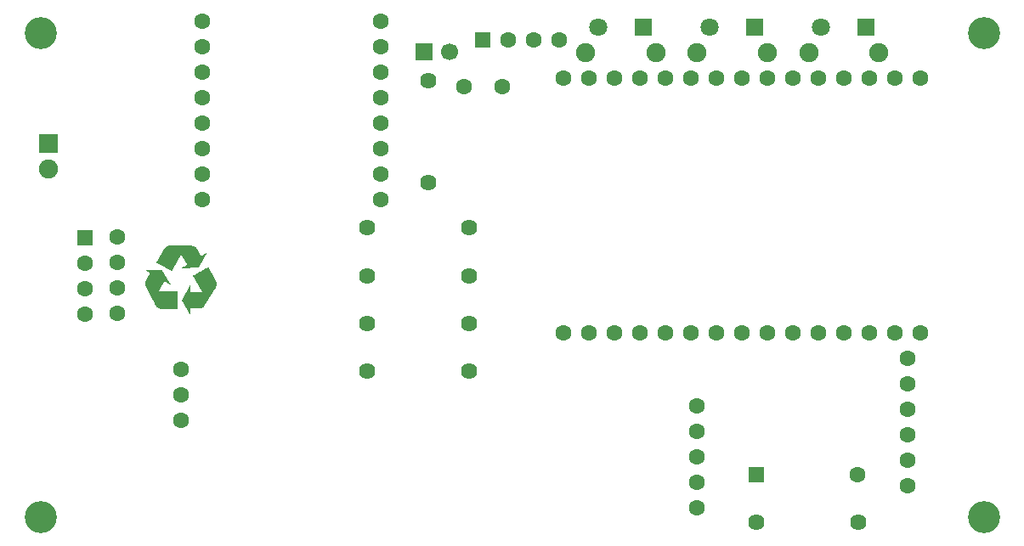
<source format=gbr>
G04 DipTrace 4.2.0.1*
G04 TopMask.gbr*
%MOMM*%
G04 #@! TF.FileFunction,Soldermask,Top*
G04 #@! TF.Part,Single*
%ADD16R,1.7X1.7*%
%ADD17C,1.8*%
%ADD19R,1.6X1.6*%
%ADD24R,1.8X1.8*%
%ADD29C,3.2*%
%ADD43R,1.9X1.9*%
%ADD44C,1.624*%
%ADD46C,1.624*%
%ADD48C,1.6*%
%ADD51C,1.7*%
%ADD53C,1.9*%
%FSLAX35Y35*%
G04*
G71*
G90*
G75*
G01*
G04 TopMask*
%LPD*%
D17*
X9061750Y6175750D3*
D24*
X9511750D3*
D53*
X8936750Y5925750D3*
X9636750D3*
D51*
X5360220Y5928150D3*
D16*
X5106220D3*
D19*
X8416623Y1714377D3*
D48*
X9426623D3*
X4668890Y4460733D3*
X4668884Y4714733D3*
X4668878Y4968733D3*
X4668873Y5222733D3*
X4668867Y5476733D3*
X4668862Y5730733D3*
X4668856Y5984733D3*
X4668850Y6238733D3*
X2890850Y6238694D3*
D3*
X2890856Y5984694D3*
X2890862Y5730694D3*
X2890867Y5476694D3*
X2890873Y5222694D3*
X2890878Y4968694D3*
X2890884Y4714694D3*
X2890890Y4460694D3*
D17*
X6839250Y6175750D3*
D24*
X7289250D3*
D53*
X6714250Y5925750D3*
X7414250D3*
D17*
X7950500Y6175750D3*
D24*
X8400500D3*
D53*
X7825500Y5925750D3*
X8525500D3*
D48*
X6492750Y3127250D3*
X6746750D3*
X7000750D3*
X7254750D3*
X7508750D3*
X7762750D3*
X8016750D3*
X8270750D3*
X8524750D3*
D3*
X8778750D3*
X9032750D3*
X9286750D3*
X9540750D3*
X9794750D3*
X10048750D3*
Y5667250D3*
X9794750D3*
X9540750D3*
X9286750D3*
X9032750D3*
X8778750D3*
X8524750D3*
X8270750D3*
X8016750D3*
X7762750D3*
X7508750D3*
X7254750D3*
X7000750D3*
X6746750D3*
X6492750D3*
X7826250Y1889000D3*
Y2143000D3*
Y2397000D3*
Y1635000D3*
Y1381000D3*
D19*
X1730250Y4079750D3*
D48*
Y3825750D3*
Y3571750D3*
Y3317750D3*
D19*
X5692957Y6048250D3*
D48*
X5946957D3*
X6200957D3*
X6454957D3*
X2045000Y4086250D3*
Y3832250D3*
Y3578250D3*
D3*
Y3324250D3*
D29*
X1283000Y6118250D3*
Y1292250D3*
X10681000D3*
Y6118250D3*
D48*
X5879607Y5584093D3*
X5498607D3*
D46*
X5556127Y4175000D3*
D44*
X4540127D3*
D46*
X5556127Y3698750D3*
D44*
X4540127D3*
D46*
X5556123Y3222500D3*
D44*
X4540123D3*
D46*
X5556127Y2746250D3*
D44*
X4540127D3*
D46*
X9429627Y1238123D3*
D44*
X8413627D3*
D46*
X5146603Y5638353D3*
D44*
Y4622353D3*
D43*
X1365123Y5016373D3*
D53*
Y4762373D3*
D48*
X9921750Y2873250D3*
Y2619250D3*
Y2365250D3*
Y2111250D3*
Y1857250D3*
Y1603250D3*
X2682750Y2762127D3*
Y2508127D3*
Y2254127D3*
G36*
X2572562Y4000377D2*
X2569122Y3999994D1*
X2566447Y3999612D1*
X2561096Y3998466D1*
X2559567Y3998083D1*
X2555745Y3996937D1*
X2552687Y3995790D1*
X2548865Y3994261D1*
X2541985Y3990821D1*
X2540074Y3989674D1*
X2534341Y3985852D1*
X2532430Y3984323D1*
X2530901Y3983177D1*
X2528607Y3981265D1*
X2520581Y3973239D1*
X2518670Y3970945D1*
X2517141Y3969034D1*
X2514848Y3965977D1*
X2514083Y3964830D1*
X2513701Y3964065D1*
X2512936Y3962919D1*
X2511790Y3960625D1*
X2511025Y3959479D1*
X2509879Y3957185D1*
X2509114Y3956039D1*
X2507968Y3953745D1*
X2507203Y3952599D1*
X2506057Y3950305D1*
X2505292Y3949159D1*
X2504145Y3946865D1*
X2503381Y3945719D1*
X2501852Y3942661D1*
X2501088Y3941514D1*
X2499941Y3939221D1*
X2499177Y3938074D1*
X2498030Y3935781D1*
X2497266Y3934634D1*
X2496119Y3932341D1*
X2495354Y3931194D1*
X2494208Y3928901D1*
X2493443Y3927754D1*
X2492297Y3925461D1*
X2491532Y3924314D1*
X2490386Y3922021D1*
X2489621Y3920874D1*
X2488475Y3918581D1*
X2487710Y3917434D1*
X2486563Y3915141D1*
X2485799Y3913994D1*
X2484652Y3911701D1*
X2483888Y3910554D1*
X2482741Y3908261D1*
X2481977Y3907114D1*
X2480830Y3904821D1*
X2480066Y3903674D1*
X2478919Y3901381D1*
X2478155Y3900234D1*
X2477008Y3897941D1*
X2476244Y3896794D1*
X2475097Y3894501D1*
X2474333Y3893354D1*
X2473186Y3891061D1*
X2472421Y3889914D1*
X2471275Y3887621D1*
X2470510Y3886474D1*
X2469364Y3884181D1*
X2468599Y3883034D1*
X2467453Y3880741D1*
X2466688Y3879594D1*
X2465542Y3877301D1*
X2464777Y3876154D1*
X2463630Y3873861D1*
X2462866Y3872714D1*
X2461719Y3870421D1*
X2460955Y3869274D1*
X2459808Y3866981D1*
X2459044Y3865834D1*
X2457897Y3863541D1*
X2457133Y3862394D1*
X2455986Y3860101D1*
X2455222Y3858954D1*
X2454075Y3856661D1*
X2453311Y3855514D1*
X2452164Y3853221D1*
X2451399Y3852074D1*
X2450253Y3849781D1*
X2449488Y3848634D1*
X2448342Y3846341D1*
X2447577Y3845194D1*
X2446431Y3842901D1*
X2445666Y3841754D1*
X2444520Y3839461D1*
X2443755Y3838314D1*
X2442608Y3836021D1*
X2441844Y3834874D1*
X2440697Y3832581D1*
X2439933Y3831434D1*
X2439169Y3829905D1*
Y3829141D1*
X2439551Y3828758D1*
X2441462Y3827612D1*
X2445666Y3825318D1*
X2449106Y3823407D1*
X2453311Y3821114D1*
X2456751Y3819203D1*
X2460955Y3816909D1*
X2464395Y3814998D1*
X2468599Y3812705D1*
X2472039Y3810794D1*
X2476244Y3808500D1*
X2479684Y3806589D1*
X2483888Y3804296D1*
X2487328Y3802385D1*
X2491532Y3800092D1*
X2494972Y3798180D1*
X2499177Y3795887D1*
X2502617Y3793976D1*
X2511025Y3789389D1*
X2514465Y3787478D1*
X2518670Y3785185D1*
X2522110Y3783274D1*
X2526314Y3780980D1*
X2529754Y3779069D1*
X2533958Y3776776D1*
X2537398Y3774865D1*
X2541603Y3772571D1*
X2545043Y3770660D1*
X2549247Y3768367D1*
X2552687Y3766456D1*
X2556891Y3764163D1*
X2560331Y3762251D1*
X2564536Y3759958D1*
X2567976Y3758047D1*
X2572180Y3755754D1*
X2575620Y3753843D1*
X2579825Y3751549D1*
X2583265Y3749638D1*
X2587469Y3747345D1*
X2590909Y3745434D1*
X2591673Y3745051D1*
X2592438D1*
X2593202Y3746580D1*
X2593967Y3747727D1*
X2595113Y3750020D1*
X2595878Y3751167D1*
X2597024Y3753460D1*
X2597789Y3754607D1*
X2598935Y3756900D1*
X2599700Y3758047D1*
X2600847Y3760340D1*
X2601611Y3761487D1*
X2602758Y3763780D1*
X2603522Y3764927D1*
X2604669Y3767220D1*
X2605433Y3768367D1*
X2606580Y3770660D1*
X2607344Y3771807D1*
X2608491Y3774100D1*
X2609255Y3775247D1*
X2610402Y3777540D1*
X2611166Y3778687D1*
X2612313Y3780980D1*
X2613077Y3782127D1*
X2614224Y3784420D1*
X2614989Y3785567D1*
X2616135Y3787860D1*
X2616900Y3789007D1*
X2618046Y3791300D1*
X2618811Y3792447D1*
X2619957Y3794740D1*
X2620722Y3795887D1*
X2621868Y3798180D1*
X2622633Y3799327D1*
X2623780Y3801620D1*
X2624544Y3802767D1*
X2625691Y3805060D1*
X2626455Y3806207D1*
X2627602Y3808500D1*
X2628366Y3809647D1*
X2629513Y3811941D1*
X2630277Y3813087D1*
X2631424Y3815381D1*
X2632188Y3816527D1*
X2633335Y3818821D1*
X2634099Y3819967D1*
X2635246Y3822261D1*
X2636011Y3823407D1*
X2637157Y3825701D1*
X2637922Y3826847D1*
X2639068Y3829141D1*
X2639833Y3830287D1*
X2640979Y3832581D1*
X2641744Y3833727D1*
X2642890Y3836021D1*
X2643655Y3837167D1*
X2644802Y3839461D1*
X2645566Y3840607D1*
X2646713Y3842901D1*
X2647477Y3844047D1*
X2648624Y3846341D1*
X2649388Y3847487D1*
X2650535Y3849781D1*
X2651299Y3850927D1*
X2652446Y3853221D1*
X2653210Y3854367D1*
X2654357Y3856661D1*
X2655121Y3857807D1*
X2656268Y3860101D1*
X2657032Y3861247D1*
X2658179Y3863541D1*
X2658944Y3864687D1*
X2660090Y3866981D1*
X2660855Y3868127D1*
X2662001Y3870421D1*
X2662766Y3871567D1*
X2663912Y3873861D1*
X2664677Y3875007D1*
X2665823Y3877301D1*
X2666588Y3878447D1*
X2667735Y3880741D1*
X2668499Y3881887D1*
X2669646Y3884181D1*
X2670410Y3885327D1*
X2671557Y3887621D1*
X2672321Y3888767D1*
X2673468Y3891061D1*
X2674232Y3892207D1*
X2675379Y3894501D1*
X2676143Y3895647D1*
X2677290Y3897941D1*
X2678054Y3899087D1*
X2679201Y3901381D1*
X2679966Y3902527D1*
X2681112Y3904821D1*
X2681877Y3905967D1*
X2683023Y3908261D1*
X2683788Y3909407D1*
X2684170Y3910172D1*
X2684232Y3910468D1*
X2684467Y3910781D1*
X2684651Y3910763D1*
X2684866Y3910451D1*
X2684934Y3910172D1*
X2685699Y3909025D1*
X2686081Y3908261D1*
X2686845Y3907114D1*
X2687228Y3906350D1*
X2687992Y3905203D1*
X2688757Y3903674D1*
X2689521Y3902527D1*
X2689903Y3901763D1*
X2690668Y3900616D1*
X2691050Y3899852D1*
X2691814Y3898705D1*
X2692579Y3897176D1*
X2693343Y3896030D1*
X2693725Y3895265D1*
X2694490Y3894119D1*
X2694872Y3893354D1*
X2695636Y3892207D1*
X2696401Y3890679D1*
X2697165Y3889532D1*
X2697548Y3888767D1*
X2698312Y3887621D1*
X2698694Y3886856D1*
X2699459Y3885710D1*
X2699841Y3884945D1*
X2700605Y3883799D1*
X2701370Y3882270D1*
X2702134Y3881123D1*
X2702516Y3880359D1*
X2703281Y3879212D1*
X2703663Y3878447D1*
X2704427Y3877301D1*
X2705192Y3875772D1*
X2705956Y3874625D1*
X2706339Y3873861D1*
X2707103Y3872714D1*
X2707485Y3871950D1*
X2708250Y3870803D1*
X2709014Y3869274D1*
X2709778Y3868127D1*
X2710161Y3867363D1*
X2710925Y3866216D1*
X2711307Y3865452D1*
X2712072Y3864305D1*
X2712454Y3863541D1*
X2713218Y3862394D1*
X2713983Y3860865D1*
X2714747Y3859718D1*
X2715130Y3858954D1*
X2715894Y3857807D1*
X2716276Y3857043D1*
X2717041Y3855896D1*
X2717805Y3854367D1*
X2718569Y3853221D1*
X2718952Y3852456D1*
X2719716Y3851310D1*
X2720098Y3850545D1*
X2720863Y3849398D1*
X2721627Y3847870D1*
X2722392Y3846723D1*
X2722774Y3845958D1*
X2723538Y3844812D1*
X2723921Y3844047D1*
X2724685Y3842901D1*
X2725449Y3841372D1*
X2726214Y3840225D1*
X2726596Y3839461D1*
X2727361Y3838314D1*
X2727743Y3837549D1*
X2728507Y3836403D1*
X2728889Y3835638D1*
X2729654Y3834492D1*
X2730418Y3832963D1*
X2731183Y3831816D1*
X2731565Y3831052D1*
X2732329Y3829905D1*
X2732712Y3829141D1*
X2733476Y3827994D1*
X2734240Y3826465D1*
X2735005Y3825318D1*
X2735387Y3824554D1*
X2736152Y3823407D1*
X2736534Y3822643D1*
X2737298Y3821496D1*
X2738063Y3819967D1*
X2738827Y3818821D1*
X2739209Y3818056D1*
X2739974Y3816909D1*
X2740356Y3816145D1*
X2741120Y3814998D1*
X2741503Y3814234D1*
X2742267Y3813087D1*
X2743031Y3811558D1*
X2743796Y3810412D1*
X2744178Y3809647D1*
X2744943Y3808500D1*
X2745325Y3807736D1*
X2745633Y3807243D1*
X2745707Y3806972D1*
X2744178Y3806207D1*
X2714747Y3789389D1*
X2711307Y3787478D1*
X2679201Y3769131D1*
X2678437Y3768367D1*
X2679583D1*
X2687610Y3768749D1*
X2859226Y3777158D1*
X2859608Y3777540D1*
X2860372Y3779069D1*
X2861137Y3780216D1*
X2862283Y3782509D1*
X2863048Y3783656D1*
X2864577Y3786714D1*
X2865341Y3787860D1*
X2866488Y3790154D1*
X2867252Y3791300D1*
X2868399Y3793594D1*
X2869163Y3794740D1*
X2870310Y3797034D1*
X2871074Y3798180D1*
X2872221Y3800474D1*
X2872985Y3801620D1*
X2874132Y3803914D1*
X2874896Y3805060D1*
X2876425Y3808118D1*
X2877190Y3809265D1*
X2878336Y3811558D1*
X2879101Y3812705D1*
X2880248Y3814998D1*
X2881012Y3816145D1*
X2882159Y3818438D1*
X2882923Y3819585D1*
X2884070Y3821878D1*
X2884834Y3823025D1*
X2885981Y3825318D1*
X2886745Y3826465D1*
X2887892Y3828758D1*
X2888656Y3829905D1*
X2890185Y3832963D1*
X2890950Y3834109D1*
X2892096Y3836403D1*
X2892861Y3837549D1*
X2894007Y3839843D1*
X2894772Y3840989D1*
X2895918Y3843283D1*
X2896683Y3844430D1*
X2897830Y3846723D1*
X2898594Y3847870D1*
X2899741Y3850163D1*
X2900505Y3851310D1*
X2902034Y3854367D1*
X2902798Y3855514D1*
X2903945Y3857807D1*
X2904709Y3858954D1*
X2905856Y3861247D1*
X2906621Y3862394D1*
X2907767Y3864687D1*
X2908532Y3865834D1*
X2909678Y3868127D1*
X2910443Y3869274D1*
X2911589Y3871567D1*
X2912354Y3872714D1*
X2913883Y3875772D1*
X2914647Y3876918D1*
X2915794Y3879212D1*
X2916558Y3880359D1*
X2917705Y3882652D1*
X2918469Y3883799D1*
X2919616Y3886092D1*
X2920380Y3887239D1*
X2921527Y3889532D1*
X2922291Y3890679D1*
X2923438Y3892972D1*
X2924203Y3894119D1*
X2925731Y3897176D1*
X2926496Y3898323D1*
X2927642Y3900616D1*
X2928407Y3901763D1*
X2929554Y3904056D1*
X2930318Y3905203D1*
X2931465Y3907496D1*
X2932229Y3908643D1*
X2933376Y3910936D1*
X2934140Y3912083D1*
X2935287Y3914376D1*
X2936051Y3915523D1*
X2937198Y3917816D1*
X2937962Y3918963D1*
X2939491Y3922021D1*
X2940256Y3923168D1*
X2941402Y3925461D1*
X2942167Y3926608D1*
X2942549Y3927372D1*
X2942167D1*
X2939873Y3926225D1*
X2937198Y3924696D1*
X2935287Y3923550D1*
X2932611Y3922021D1*
X2930700Y3920874D1*
X2925349Y3917816D1*
X2923438Y3916670D1*
X2920763Y3915141D1*
X2918851Y3913994D1*
X2913500Y3910936D1*
X2911589Y3909790D1*
X2908914Y3908261D1*
X2907003Y3907114D1*
X2901652Y3904056D1*
X2899741Y3902910D1*
X2897065Y3901381D1*
X2895154Y3900234D1*
X2889803Y3897176D1*
X2887892Y3896030D1*
X2885216Y3894501D1*
X2884452Y3893736D1*
X2884070D1*
X2883305Y3894501D1*
Y3894883D1*
X2882923Y3895647D1*
X2882159Y3896794D1*
X2881776Y3897559D1*
X2881012Y3898705D1*
X2880630Y3899470D1*
X2879865Y3900616D1*
X2879101Y3902145D1*
X2878336Y3903292D1*
X2877954Y3904056D1*
X2877190Y3905203D1*
X2876808Y3905967D1*
X2876043Y3907114D1*
X2875279Y3908643D1*
X2874514Y3909790D1*
X2874132Y3910554D1*
X2873368Y3911701D1*
X2872985Y3912465D1*
X2872221Y3913612D1*
X2871457Y3915141D1*
X2870692Y3916288D1*
X2870310Y3917052D1*
X2869545Y3918199D1*
X2868781Y3919728D1*
X2868017Y3920874D1*
X2867634Y3921639D1*
X2866870Y3922785D1*
X2866488Y3923550D1*
X2865723Y3924696D1*
X2864959Y3926225D1*
X2864194Y3927372D1*
X2863812Y3928136D1*
X2863048Y3929283D1*
X2862665Y3930048D1*
X2861901Y3931194D1*
X2861137Y3932723D1*
X2860372Y3933870D1*
X2859990Y3934634D1*
X2859226Y3935781D1*
X2858843Y3936545D1*
X2858079Y3937692D1*
X2857314Y3939221D1*
X2856550Y3940368D1*
X2856168Y3941132D1*
X2855403Y3942279D1*
X2855021Y3943043D1*
X2854257Y3944190D1*
X2853492Y3945719D1*
X2852728Y3946865D1*
X2852346Y3947630D1*
X2851581Y3948777D1*
X2851199Y3949541D1*
X2850435Y3950688D1*
X2849670Y3952217D1*
X2848906Y3953363D1*
X2848523Y3954128D1*
X2847759Y3955274D1*
X2847377Y3956039D1*
X2846612Y3957185D1*
X2845848Y3958714D1*
X2845083Y3959861D1*
X2844701Y3960625D1*
X2843937Y3961772D1*
X2843555Y3962537D1*
X2842790Y3963683D1*
X2842026Y3965212D1*
X2841261Y3966359D1*
X2840879Y3967123D1*
X2840115Y3968270D1*
X2839350Y3969799D1*
X2836292Y3974385D1*
X2834764Y3976297D1*
X2831706Y3979737D1*
X2827501Y3983559D1*
X2824444Y3985852D1*
X2822533Y3986999D1*
X2821386Y3987763D1*
X2814506Y3991203D1*
X2812595Y3991968D1*
X2811448Y3992350D1*
X2797689Y3995408D1*
X2795777Y3995790D1*
X2777049Y3996172D1*
X2598935Y3998083D1*
X2596642Y3998466D1*
X2594731Y3998848D1*
X2585940Y4000377D1*
X2572562D1*
G37*
G36*
X2953251Y3785185D2*
X2952869Y3784803D1*
X2950576Y3783656D1*
X2945224Y3780598D1*
X2943313Y3779452D1*
X2935287Y3774865D1*
X2933376Y3773718D1*
X2925349Y3769131D1*
X2923438Y3767985D1*
X2915412Y3763398D1*
X2913500Y3762251D1*
X2905474Y3757665D1*
X2903563Y3756518D1*
X2895536Y3751931D1*
X2893625Y3750785D1*
X2885599Y3746198D1*
X2883687Y3745051D1*
X2875661Y3740465D1*
X2873750Y3739318D1*
X2865723Y3734731D1*
X2863812Y3733585D1*
X2855786Y3728998D1*
X2853874Y3727851D1*
X2845848Y3723265D1*
X2843937Y3722118D1*
X2835910Y3717531D1*
X2833999Y3716385D1*
X2825973Y3711798D1*
X2824062Y3710651D1*
X2816035Y3706065D1*
X2814124Y3704918D1*
X2806097Y3700331D1*
X2802275Y3698038D1*
X2801893Y3697656D1*
X2802657Y3696509D1*
X2803422Y3694980D1*
X2804186Y3693833D1*
X2804951Y3692305D1*
X2805715Y3691158D1*
X2806480Y3689629D1*
X2807244Y3688482D1*
X2807626Y3687718D1*
X2808391Y3686571D1*
X2809155Y3685042D1*
X2809919Y3683896D1*
X2810684Y3682367D1*
X2811448Y3681220D1*
X2812213Y3679691D1*
X2812977Y3678545D1*
X2813742Y3677016D1*
X2814506Y3675869D1*
X2815271Y3674340D1*
X2816035Y3673193D1*
X2816417Y3672429D1*
X2817182Y3671282D1*
X2817946Y3669753D1*
X2818710Y3668607D1*
X2819475Y3667078D1*
X2820239Y3665931D1*
X2821004Y3664402D1*
X2821768Y3663256D1*
X2822533Y3661727D1*
X2823297Y3660580D1*
X2824062Y3659051D1*
X2824826Y3657904D1*
X2825208Y3657140D1*
X2825973Y3655993D1*
X2826737Y3654464D1*
X2827501Y3653318D1*
X2828266Y3651789D1*
X2829030Y3650642D1*
X2829795Y3649113D1*
X2830559Y3647967D1*
X2831324Y3646438D1*
X2832088Y3645291D1*
X2832853Y3643762D1*
X2833617Y3642616D1*
X2833999Y3641851D1*
X2834764Y3640704D1*
X2835528Y3639176D1*
X2836292Y3638029D1*
X2837057Y3636500D1*
X2837821Y3635353D1*
X2838586Y3633824D1*
X2839350Y3632678D1*
X2840115Y3631149D1*
X2840879Y3630002D1*
X2841644Y3628473D1*
X2842408Y3627327D1*
X2842790Y3626562D1*
X2843555Y3625415D1*
X2844319Y3623887D1*
X2845083Y3622740D1*
X2845848Y3621211D1*
X2846612Y3620064D1*
X2847377Y3618535D1*
X2848141Y3617389D1*
X2848906Y3615860D1*
X2849670Y3614713D1*
X2850435Y3613184D1*
X2851199Y3612038D1*
X2851581Y3611273D1*
X2852346Y3610127D1*
X2853110Y3608598D1*
X2853874Y3607451D1*
X2854639Y3605922D1*
X2855403Y3604775D1*
X2856168Y3603247D1*
X2856932Y3602100D1*
X2857697Y3600571D1*
X2858461Y3599424D1*
X2859226Y3597895D1*
X2859990Y3596749D1*
X2860372Y3595984D1*
X2861137Y3594838D1*
X2861901Y3593309D1*
X2862665Y3592162D1*
X2863430Y3590633D1*
X2864194Y3589486D1*
X2864959Y3587958D1*
X2865723Y3586811D1*
X2866488Y3585282D1*
X2867252Y3584135D1*
X2868017Y3582606D1*
X2868781Y3581460D1*
X2869163Y3580695D1*
X2869928Y3579549D1*
X2870692Y3578020D1*
X2871457Y3576873D1*
X2872221Y3575344D1*
X2872985Y3574198D1*
X2873750Y3572669D1*
X2874514Y3571522D1*
X2875279Y3569993D1*
X2876043Y3568846D1*
X2876808Y3567318D1*
X2877572Y3566171D1*
X2877954Y3565406D1*
X2878719Y3564260D1*
X2879483Y3562731D1*
X2880248Y3561584D1*
X2881012Y3560055D1*
X2881776Y3558909D1*
X2882541Y3557380D1*
X2883305Y3556233D1*
X2884070Y3554704D1*
X2884834Y3553557D1*
X2885599Y3552029D1*
X2886363Y3550882D1*
X2886745Y3550117D1*
X2887510Y3548971D1*
X2888274Y3547442D1*
X2889039Y3546295D1*
X2889803Y3544766D1*
X2890567Y3543620D1*
X2891332Y3542091D1*
X2892096Y3540944D1*
X2892861Y3539415D1*
X2893625Y3538269D1*
X2894390Y3536740D1*
X2895154Y3535593D1*
X2895536Y3534829D1*
X2896301Y3534064D1*
Y3533682D1*
X2892224Y3533300D1*
X2888147D1*
X2884070Y3533682D1*
X2787369Y3534446D1*
X2775520Y3534829D1*
Y3544002D1*
X2775902Y3544384D1*
X2777431Y3606687D1*
Y3612038D1*
X2777049Y3611655D1*
X2775138Y3607833D1*
X2774373Y3606687D1*
X2772844Y3603629D1*
X2772080Y3602482D1*
X2770169Y3598660D1*
X2769404Y3597513D1*
X2767493Y3593691D1*
X2766729Y3592544D1*
X2765200Y3589486D1*
X2764436Y3588340D1*
X2762525Y3584518D1*
X2761760Y3583371D1*
X2759849Y3579549D1*
X2759085Y3578402D1*
X2757556Y3575344D1*
X2756791Y3574198D1*
X2754880Y3570375D1*
X2754116Y3569229D1*
X2752205Y3565406D1*
X2751440Y3564260D1*
X2749911Y3561202D1*
X2749147Y3560055D1*
X2747236Y3556233D1*
X2746471Y3555086D1*
X2744560Y3551264D1*
X2743796Y3550117D1*
X2741885Y3546295D1*
X2741120Y3545149D1*
X2739591Y3542091D1*
X2738827Y3540944D1*
X2736916Y3537122D1*
X2736152Y3535975D1*
X2734240Y3532153D1*
X2733476Y3531006D1*
X2731947Y3527948D1*
X2731183Y3526802D1*
X2729272Y3522980D1*
X2728507Y3521833D1*
X2726596Y3518011D1*
X2725832Y3516864D1*
X2724303Y3513806D1*
X2723538Y3512660D1*
X2721627Y3508837D1*
X2720863Y3507691D1*
X2718952Y3503868D1*
X2718187Y3502722D1*
X2716658Y3499664D1*
X2715894Y3498517D1*
X2713983Y3494695D1*
X2713218Y3493548D1*
X2711307Y3489726D1*
X2710543Y3488579D1*
X2709014Y3485522D1*
X2708250Y3484375D1*
X2706339Y3480553D1*
X2705574Y3479406D1*
X2703663Y3475584D1*
X2702899Y3474437D1*
X2700987Y3470615D1*
X2700223Y3469468D1*
X2698694Y3466411D1*
X2697930Y3465264D1*
X2696019Y3461442D1*
X2695254Y3460295D1*
X2693343Y3456473D1*
X2692579Y3455326D1*
X2691432Y3453033D1*
Y3451886D1*
X2692196Y3450739D1*
X2692961Y3449210D1*
X2693725Y3448064D1*
X2694490Y3446535D1*
X2695254Y3445388D1*
X2696019Y3443859D1*
X2696783Y3442713D1*
X2697548Y3441184D1*
X2698312Y3440037D1*
X2698694Y3439273D1*
X2699459Y3438126D1*
X2700223Y3436597D1*
X2700987Y3435450D1*
X2701752Y3433922D1*
X2702516Y3432775D1*
X2703281Y3431246D1*
X2704045Y3430099D1*
X2704810Y3428570D1*
X2705574Y3427424D1*
X2705956Y3426659D1*
X2706721Y3425513D1*
X2707485Y3423984D1*
X2708250Y3422837D1*
X2709014Y3421308D1*
X2709778Y3420161D1*
X2710543Y3418633D1*
X2711307Y3417486D1*
X2712072Y3415957D1*
X2712836Y3414810D1*
X2713601Y3413281D1*
X2714365Y3412135D1*
X2714747Y3411370D1*
X2715512Y3410224D1*
X2716276Y3408695D1*
X2717041Y3407548D1*
X2717805Y3406019D1*
X2718569Y3404873D1*
X2719334Y3403344D1*
X2720098Y3402197D1*
X2720863Y3400668D1*
X2721627Y3399521D1*
X2722392Y3397993D1*
X2723156Y3396846D1*
X2723538Y3396081D1*
X2724303Y3394935D1*
X2725067Y3393406D1*
X2725832Y3392259D1*
X2726596Y3390730D1*
X2727361Y3389584D1*
X2728125Y3388055D1*
X2728889Y3386908D1*
X2729654Y3385379D1*
X2730418Y3384232D1*
X2730800Y3383468D1*
X2731565Y3382321D1*
X2732329Y3380792D1*
X2733094Y3379646D1*
X2733858Y3378117D1*
X2734623Y3376970D1*
X2735387Y3375441D1*
X2736152Y3374295D1*
X2736916Y3372766D1*
X2737680Y3371619D1*
X2738445Y3370090D1*
X2739209Y3368944D1*
X2739591Y3368179D1*
X2740356Y3367032D1*
X2741120Y3365504D1*
X2741885Y3364357D1*
X2742649Y3362828D1*
X2743414Y3361681D1*
X2744178Y3360152D1*
X2744943Y3359006D1*
X2745707Y3357477D1*
X2746471Y3356330D1*
X2746854Y3355566D1*
X2747618Y3354419D1*
X2748382Y3352890D1*
X2749147Y3351743D1*
X2749911Y3350215D1*
X2750676Y3349068D1*
X2751440Y3347539D1*
X2752205Y3346392D1*
X2752969Y3344863D1*
X2753734Y3343717D1*
X2754498Y3342188D1*
X2755262Y3341041D1*
X2755645Y3340277D1*
X2756409Y3339130D1*
X2757173Y3337601D1*
X2757938Y3336455D1*
X2758702Y3334926D1*
X2759467Y3333779D1*
X2760231Y3332250D1*
X2760996Y3331103D1*
X2761760Y3329575D1*
X2762525Y3328428D1*
X2763289Y3326899D1*
X2764053Y3325752D1*
X2764436Y3324988D1*
X2765200Y3323841D1*
X2765964Y3322312D1*
X2766729Y3321166D1*
X2767493Y3319637D1*
X2768258Y3318490D1*
X2769022Y3316961D1*
X2769787Y3315814D1*
X2770551Y3314286D1*
X2771316Y3313139D1*
X2771698Y3312374D1*
X2772462Y3311228D1*
X2773227Y3309699D1*
X2773991Y3308552D1*
X2774755Y3307023D1*
X2775520Y3305877D1*
X2776284Y3304348D1*
X2777049Y3303583D1*
X2777431Y3323459D1*
X2778195Y3368561D1*
Y3370855D1*
X2783164Y3371237D1*
X2788133D1*
X2793102Y3370855D1*
X2851199Y3370090D1*
X2870692D1*
X2873750Y3370472D1*
X2876043Y3370855D1*
X2879101Y3371619D1*
X2885981Y3373912D1*
X2892861Y3377352D1*
X2894772Y3378499D1*
X2897065Y3380028D1*
X2900123Y3382321D1*
X2902034Y3383850D1*
X2908914Y3390730D1*
X2910443Y3392641D1*
X2912736Y3396081D1*
X2913118Y3396846D1*
X2914647Y3399139D1*
X2915029Y3399904D1*
X2917323Y3403344D1*
X2917705Y3404108D1*
X2919234Y3406401D1*
X2919616Y3407166D1*
X2921145Y3409459D1*
X2921527Y3410224D1*
X2923820Y3413664D1*
X2924203Y3414428D1*
X2925731Y3416721D1*
X2926114Y3417486D1*
X2928407Y3420926D1*
X2928789Y3421690D1*
X2930318Y3423984D1*
X2930700Y3424748D1*
X2932994Y3428188D1*
X2933376Y3428953D1*
X2934905Y3431246D1*
X2935287Y3432010D1*
X2936816Y3434304D1*
X2937198Y3435068D1*
X2939491Y3438508D1*
X2939873Y3439273D1*
X2941402Y3441566D1*
X2941785Y3442330D1*
X2944078Y3445770D1*
X2944460Y3446535D1*
X2945989Y3448828D1*
X2946371Y3449593D1*
X2947900Y3451886D1*
X2948282Y3452650D1*
X2950576Y3456090D1*
X2950958Y3456855D1*
X2952487Y3459148D1*
X2952869Y3459913D1*
X2955162Y3463353D1*
X2955544Y3464117D1*
X2957073Y3466411D1*
X2957455Y3467175D1*
X2959749Y3470615D1*
X2960131Y3471379D1*
X2961660Y3473673D1*
X2962042Y3474437D1*
X2963571Y3476731D1*
X2963953Y3477495D1*
X2966246Y3480935D1*
X2966629Y3481699D1*
X2968158Y3483993D1*
X2968540Y3484757D1*
X2970833Y3488197D1*
X2971215Y3488962D1*
X2972744Y3491255D1*
X2973126Y3492019D1*
X2975420Y3495460D1*
X2975802Y3496224D1*
X2977331Y3498517D1*
X2977713Y3499282D1*
X2979242Y3501575D1*
X2979624Y3502340D1*
X2981917Y3505780D1*
X2982300Y3506544D1*
X2983828Y3508837D1*
X2984211Y3509602D1*
X2986504Y3513042D1*
X2986886Y3513806D1*
X2988415Y3516100D1*
X2988797Y3516864D1*
X2990326Y3519157D1*
X2990708Y3519922D1*
X2993002Y3523362D1*
X2993384Y3524126D1*
X2994913Y3526420D1*
X2995295Y3527184D1*
X2997588Y3530624D1*
X2997970Y3531389D1*
X2999499Y3533682D1*
X2999882Y3534446D1*
X3002175Y3537886D1*
X3002557Y3538651D1*
X3004086Y3540944D1*
X3004468Y3541709D1*
X3005997Y3544002D1*
X3006379Y3544766D1*
X3008673Y3548206D1*
X3009055Y3548971D1*
X3010584Y3551264D1*
X3010966Y3552029D1*
X3013259Y3555469D1*
X3013641Y3556233D1*
X3015935Y3559673D1*
X3018228Y3562349D1*
X3020521Y3565406D1*
X3022815Y3568846D1*
X3023197Y3569611D1*
X3023961Y3570758D1*
X3024344Y3571522D1*
X3026637Y3574962D1*
X3027019Y3575726D1*
X3027783Y3576873D1*
X3029312Y3579931D1*
X3030077Y3581078D1*
X3030459Y3581842D1*
X3030841Y3582989D1*
X3032370Y3586046D1*
X3032752Y3587193D1*
X3033135Y3587958D1*
X3033899Y3590251D1*
X3034281Y3591015D1*
X3034663Y3592162D1*
X3035046Y3593691D1*
X3035810Y3595984D1*
X3036574Y3599042D1*
X3036957Y3600953D1*
X3037721Y3605540D1*
X3038103Y3609362D1*
Y3621211D1*
X3037721Y3625033D1*
X3037339Y3627709D1*
X3036574Y3632295D1*
X3036192Y3633824D1*
X3035810Y3635736D1*
X3035428Y3637264D1*
X3034663Y3639558D1*
X3034281Y3641087D1*
X3033517Y3643380D1*
X3033135Y3644144D1*
X3032752Y3645291D1*
X3032370Y3646056D1*
X3031988Y3647202D1*
X3031606Y3647967D1*
X3031223Y3649113D1*
X3030077Y3651407D1*
X3029312Y3652553D1*
X3028548Y3654082D1*
X3027783Y3655229D1*
X3027019Y3656758D1*
X3026255Y3657904D1*
X3025490Y3659433D1*
X3024726Y3660580D1*
X3023961Y3662109D1*
X3023197Y3663256D1*
X3022432Y3664784D1*
X3021668Y3665931D1*
X3020904Y3667460D1*
X3020139Y3668607D1*
X3019375Y3670136D1*
X3018610Y3671282D1*
X3017846Y3672811D1*
X3017081Y3673958D1*
X3016317Y3675487D1*
X3015553Y3676633D1*
X3014788Y3678162D1*
X3014024Y3679309D1*
X3013259Y3680838D1*
X3012495Y3681985D1*
X3011730Y3683513D1*
X3010966Y3684660D1*
X3010201Y3686189D1*
X3009437Y3687336D1*
X3008673Y3688865D1*
X3007908Y3690011D1*
X3007144Y3691540D1*
X3006379Y3692687D1*
X3005615Y3694216D1*
X3004850Y3695362D1*
X3004086Y3696891D1*
X3003322Y3698038D1*
X3002557Y3699567D1*
X3001793Y3700713D1*
X3001028Y3702242D1*
X3000264Y3703389D1*
X2999499Y3704918D1*
X2998735Y3706065D1*
X2997970Y3707594D1*
X2997206Y3708740D1*
X2996442Y3710269D1*
X2995677Y3711416D1*
X2994913Y3712945D1*
X2994148Y3714091D1*
X2993384Y3715620D1*
X2992619Y3716767D1*
X2992237Y3717531D1*
X2991473Y3718678D1*
X2990708Y3720207D1*
X2989944Y3721354D1*
X2989179Y3722882D1*
X2988415Y3724029D1*
X2987651Y3725558D1*
X2986886Y3726705D1*
X2986122Y3728234D1*
X2985357Y3729380D1*
X2984593Y3730909D1*
X2983828Y3732056D1*
X2983064Y3733585D1*
X2982300Y3734731D1*
X2981535Y3736260D1*
X2980771Y3737407D1*
X2980006Y3738936D1*
X2979242Y3740083D1*
X2978477Y3741611D1*
X2977713Y3742758D1*
X2976949Y3744287D1*
X2976184Y3745434D1*
X2975420Y3746963D1*
X2974655Y3748109D1*
X2973891Y3749638D1*
X2973126Y3750785D1*
X2972362Y3752314D1*
X2971597Y3753460D1*
X2970833Y3754989D1*
X2970069Y3756136D1*
X2969304Y3757665D1*
X2968540Y3758811D1*
X2967775Y3760340D1*
X2967011Y3761487D1*
X2966246Y3763016D1*
X2965482Y3764163D1*
X2964718Y3765691D1*
X2963953Y3766838D1*
X2963189Y3768367D1*
X2962424Y3769514D1*
X2961660Y3771043D1*
X2960895Y3772189D1*
X2960131Y3773718D1*
X2959367Y3774865D1*
X2958602Y3776394D1*
X2957838Y3777540D1*
X2957073Y3779069D1*
X2956309Y3780216D1*
X2955544Y3781745D1*
X2954780Y3782892D1*
X2954015Y3784420D1*
X2953251Y3785185D1*
G37*
G36*
X2317623Y3757665D2*
X2318006Y3757283D1*
X2319152Y3756518D1*
X2324885Y3753078D1*
X2327561Y3751549D1*
X2340939Y3743523D1*
X2343614Y3741994D1*
X2355081Y3735114D1*
X2357756Y3733585D1*
X2369223Y3726705D1*
X2371898Y3725176D1*
X2373809Y3724029D1*
X2375338Y3723265D1*
X2375720Y3722882D1*
Y3722118D1*
X2374956Y3721354D1*
X2374574Y3720589D1*
X2373809Y3719442D1*
X2373427Y3718678D1*
X2372663Y3717531D1*
X2371898Y3716002D1*
X2371134Y3714856D1*
X2370752Y3714091D1*
X2369987Y3712945D1*
X2369605Y3712180D1*
X2368840Y3711034D1*
X2368458Y3710269D1*
X2367694Y3709122D1*
X2367312Y3708358D1*
X2366547Y3707211D1*
X2365783Y3705682D1*
X2365018Y3704536D1*
X2364636Y3703771D1*
X2363872Y3702625D1*
X2363489Y3701860D1*
X2362725Y3700713D1*
X2362343Y3699949D1*
X2361578Y3698802D1*
X2361196Y3698038D1*
X2360432Y3696891D1*
X2359667Y3695362D1*
X2358903Y3694216D1*
X2358521Y3693451D1*
X2357756Y3692305D1*
X2357374Y3691540D1*
X2356610Y3690393D1*
X2356227Y3689629D1*
X2355463Y3688482D1*
X2355081Y3687718D1*
X2354316Y3686571D1*
X2353552Y3685042D1*
X2352787Y3683896D1*
X2352405Y3683131D1*
X2351641Y3681985D1*
X2351258Y3681220D1*
X2350494Y3680073D1*
X2350112Y3679309D1*
X2349347Y3678162D1*
X2348965Y3677398D1*
X2348201Y3676251D1*
X2347436Y3674722D1*
X2346672Y3673576D1*
X2346290Y3672811D1*
X2345525Y3671665D1*
X2345143Y3670900D1*
X2344379Y3669753D1*
X2343996Y3668989D1*
X2343232Y3667842D1*
X2342850Y3667078D1*
X2342085Y3665931D1*
X2341321Y3664402D1*
X2340556Y3663256D1*
X2340174Y3662491D1*
X2339410Y3661344D1*
X2339028Y3660580D1*
X2338263Y3659433D1*
X2337881Y3658669D1*
X2337116Y3657522D1*
X2336734Y3656758D1*
X2335970Y3655611D1*
X2335205Y3654082D1*
X2334441Y3652936D1*
X2334059Y3652171D1*
X2333294Y3651024D1*
X2332912Y3650260D1*
X2332148Y3649113D1*
X2331765Y3648349D1*
X2331001Y3647202D1*
X2330619Y3646438D1*
X2329854Y3645291D1*
X2328325Y3642233D1*
X2327943Y3641087D1*
X2327179Y3639558D1*
X2325268Y3633824D1*
X2324885Y3632295D1*
X2324503Y3630384D1*
X2324121Y3627709D1*
X2323739Y3623504D1*
Y3618918D1*
X2324121Y3614331D1*
X2324503Y3611655D1*
X2324885Y3609362D1*
X2325268Y3607451D1*
X2326032Y3604393D1*
X2327943Y3598660D1*
X2331383Y3591780D1*
X2332148Y3590633D1*
X2334441Y3586046D1*
X2335205Y3584900D1*
X2337499Y3580313D1*
X2338263Y3579166D1*
X2340939Y3573815D1*
X2341703Y3572669D1*
X2343996Y3568082D1*
X2344761Y3566935D1*
X2347436Y3561584D1*
X2348201Y3560437D1*
X2350494Y3555851D1*
X2351258Y3554704D1*
X2353552Y3550117D1*
X2354316Y3548971D1*
X2356992Y3543620D1*
X2357756Y3542473D1*
X2360049Y3537886D1*
X2360814Y3536740D1*
X2363489Y3531389D1*
X2364254Y3530242D1*
X2366547Y3525655D1*
X2367312Y3524508D1*
X2369605Y3519922D1*
X2370369Y3518775D1*
X2373045Y3513424D1*
X2373809Y3512277D1*
X2376103Y3507691D1*
X2376867Y3506544D1*
X2379160Y3501957D1*
X2379925Y3500811D1*
X2382600Y3495460D1*
X2383365Y3494313D1*
X2385658Y3489726D1*
X2386422Y3488579D1*
X2389098Y3483228D1*
X2389862Y3482082D1*
X2392156Y3477495D1*
X2392920Y3476348D1*
X2395213Y3471762D1*
X2395978Y3470615D1*
X2398653Y3465264D1*
X2399418Y3464117D1*
X2401711Y3459530D1*
X2402476Y3458384D1*
X2405151Y3453033D1*
X2405916Y3451886D1*
X2408209Y3447299D1*
X2408973Y3446153D1*
X2411267Y3441566D1*
X2412031Y3440419D1*
X2414707Y3435068D1*
X2415471Y3433922D1*
X2417764Y3429335D1*
X2418529Y3428188D1*
X2421586Y3422073D1*
X2422733Y3418633D1*
X2423115Y3417868D1*
X2423498Y3416721D1*
X2428849Y3406019D1*
X2429613Y3404873D1*
X2430377Y3403344D1*
X2431142Y3402197D1*
X2431524Y3401433D1*
X2434582Y3396846D1*
X2435729Y3395317D1*
X2438786Y3391495D1*
X2446431Y3383850D1*
X2448724Y3381939D1*
X2449871Y3381175D1*
X2451782Y3379646D1*
X2455222Y3377352D1*
X2459044Y3375059D1*
X2465159Y3372001D1*
X2470893Y3369708D1*
X2477772Y3367415D1*
X2480448Y3366650D1*
X2483506Y3365886D1*
X2485417Y3365504D1*
X2490386Y3364739D1*
X2493826Y3364357D1*
X2647095D1*
X2647477Y3364739D1*
Y3539415D1*
X2458279Y3539797D1*
Y3540180D1*
X2459044Y3540944D1*
X2459426Y3541709D1*
X2460190Y3542855D1*
X2460955Y3544384D1*
X2461719Y3545531D1*
X2462102Y3546295D1*
X2462866Y3547442D1*
X2463630Y3548971D1*
X2464395Y3550117D1*
X2465159Y3551646D1*
X2465924Y3552793D1*
X2466306Y3553557D1*
X2467070Y3554704D1*
X2467835Y3556233D1*
X2468599Y3557380D1*
X2469364Y3558909D1*
X2470128Y3560055D1*
X2470510Y3560820D1*
X2471275Y3561966D1*
X2472039Y3563495D1*
X2472804Y3564642D1*
X2473568Y3566171D1*
X2474333Y3567318D1*
X2474715Y3568082D1*
X2475479Y3569229D1*
X2476244Y3570758D1*
X2477008Y3571904D1*
X2477772Y3573433D1*
X2478537Y3574580D1*
X2478919Y3575344D1*
X2479684Y3576491D1*
X2480448Y3578020D1*
X2481212Y3579166D1*
X2481977Y3580695D1*
X2482741Y3581842D1*
X2483124Y3582606D1*
X2483888Y3583753D1*
X2484652Y3585282D1*
X2485417Y3586429D1*
X2486181Y3587958D1*
X2486946Y3589104D1*
X2487328Y3589869D1*
X2488092Y3591015D1*
X2488857Y3592544D1*
X2489621Y3593691D1*
X2490386Y3595220D1*
X2491150Y3596366D1*
X2491532Y3597131D1*
X2492297Y3598278D1*
X2493061Y3599807D1*
X2493826Y3600953D1*
X2494590Y3602482D1*
X2495354Y3603629D1*
X2495737Y3604393D1*
X2496501Y3605540D1*
X2497266Y3607069D1*
X2498030Y3608215D1*
X2498412Y3608980D1*
X2499177Y3610127D1*
X2499941Y3611655D1*
X2500706Y3612802D1*
X2501470Y3614331D1*
X2502234Y3615478D1*
X2502617Y3616242D1*
X2503381Y3617389D1*
X2504145Y3618918D1*
X2504910Y3620064D1*
X2505674Y3621593D1*
X2506439Y3622740D1*
X2506821Y3623504D1*
X2507585Y3624651D1*
X2508350Y3626180D1*
X2509114Y3627327D1*
X2509879Y3628855D1*
X2510643Y3630002D1*
X2511025Y3630767D1*
X2511790Y3631913D1*
X2512554Y3633442D1*
X2513319Y3634589D1*
X2514083Y3636118D1*
X2514848Y3637264D1*
X2515230Y3638029D1*
X2515994Y3639176D1*
X2516759Y3640704D1*
X2517523Y3641851D1*
X2517905Y3642616D1*
Y3642998D1*
X2518670Y3643762D1*
X2519052D1*
X2519816Y3642998D1*
X2521727Y3641851D1*
X2522874Y3641087D1*
X2534341Y3634207D1*
X2535487Y3633442D1*
X2545043Y3627709D1*
X2546189Y3626944D1*
X2555745Y3621211D1*
X2556891Y3620447D1*
X2566447Y3614713D1*
X2567594Y3613949D1*
X2577149Y3608215D1*
X2578296Y3607451D1*
X2584029Y3604011D1*
X2584793Y3603629D1*
Y3604011D1*
X2584411Y3604775D1*
X2582882Y3607069D1*
X2582500Y3607833D1*
X2581736Y3608980D1*
X2581353Y3609744D1*
X2579825Y3612038D1*
X2579442Y3612802D1*
X2577913Y3615095D1*
X2577531Y3615860D1*
X2576767Y3617007D1*
X2576385Y3617771D1*
X2574856Y3620064D1*
X2574473Y3620829D1*
X2572945Y3623122D1*
X2572562Y3623887D1*
X2571798Y3625033D1*
X2571416Y3625798D1*
X2569887Y3628091D1*
X2569505Y3628855D1*
X2568740Y3630002D1*
X2568358Y3630767D1*
X2566829Y3633060D1*
X2566447Y3633824D1*
X2564918Y3636118D1*
X2564536Y3636882D1*
X2563771Y3638029D1*
X2563389Y3638793D1*
X2561860Y3641087D1*
X2561478Y3641851D1*
X2559949Y3644144D1*
X2559567Y3644909D1*
X2558803Y3646056D1*
X2558420Y3646820D1*
X2556891Y3649113D1*
X2556509Y3649878D1*
X2554980Y3652171D1*
X2554598Y3652936D1*
X2553834Y3654082D1*
X2553452Y3654847D1*
X2551923Y3657140D1*
X2551540Y3657904D1*
X2550776Y3659051D1*
X2550394Y3659816D1*
X2548865Y3662109D1*
X2548483Y3662873D1*
X2546954Y3665167D1*
X2546572Y3665931D1*
X2545807Y3667078D1*
X2545425Y3667842D1*
X2543896Y3670136D1*
X2543514Y3670900D1*
X2541985Y3673193D1*
X2541603Y3673958D1*
X2540838Y3675105D1*
X2540456Y3675869D1*
X2538927Y3678162D1*
X2538545Y3678927D1*
X2537781Y3680073D1*
X2537398Y3680838D1*
X2535870Y3683131D1*
X2535487Y3683896D1*
X2533958Y3686189D1*
X2533576Y3686953D1*
X2532812Y3688100D1*
X2532430Y3688865D1*
X2530901Y3691158D1*
X2530518Y3691922D1*
X2528990Y3694216D1*
X2528607Y3694980D1*
X2527843Y3696127D1*
X2527461Y3696891D1*
X2525932Y3699185D1*
X2525550Y3699949D1*
X2524021Y3702242D1*
X2523639Y3703007D1*
X2522874Y3704153D1*
X2522492Y3704918D1*
X2520963Y3707211D1*
X2520581Y3707976D1*
X2519816Y3709122D1*
X2519434Y3709887D1*
X2517905Y3712180D1*
X2517523Y3712945D1*
X2515994Y3715238D1*
X2515612Y3716002D1*
X2514848Y3717149D1*
X2514465Y3717914D1*
X2512936Y3720207D1*
X2512554Y3720971D1*
X2511025Y3723265D1*
X2510643Y3724029D1*
X2509879Y3725176D1*
X2509497Y3725940D1*
X2507968Y3728234D1*
X2507585Y3728998D1*
X2506821Y3730145D1*
X2506439Y3730909D1*
X2504910Y3733202D1*
X2504528Y3733967D1*
X2502999Y3736260D1*
X2502617Y3737025D1*
X2501852Y3738171D1*
X2501470Y3738936D1*
X2499941Y3741229D1*
X2499559Y3741994D1*
X2498030Y3744287D1*
X2497648Y3745051D1*
X2496883Y3746198D1*
X2496501Y3746963D1*
X2494972Y3749256D1*
X2494590Y3750020D1*
X2493061Y3752314D1*
X2492679Y3753078D1*
X2491915Y3754225D1*
X2491532Y3754989D1*
X2490003Y3757283D1*
X2489621Y3757665D1*
X2317623D1*
G37*
M02*

</source>
